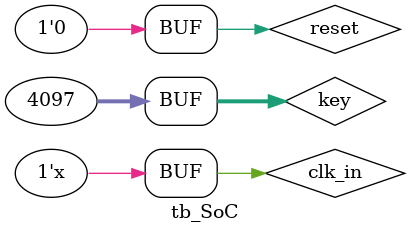
<source format=v>
`timescale  1ns/1ns
module tb_SoC();

reg  clk_in              ;
reg  reset              ;
wire io_exit            ;
wire [31:0] led;
reg  [31:0] key;
wire [31:0]io_out_APB_Peripheral_io_sdt_io_sdta_line;
wire [31:0]io_out_APB_Peripheral_io_sdt_io_sdtb_line;

initial
    begin        
        clk_in = 1'b1;
        reset <=  1'b0;
        key <= 32'h00001001;
        #100
        reset <=  1'b1;
        #1000000
        reset <=  1'b0;
        #1000000
        reset <=  1'b1;
        #1000
        reset <=  1'b0;
       
    end

always #10 clk_in = ~clk_in    ;

Top top_inst
(
    .clk_in              (clk_in           ),           
    .reset              (reset           ),           
    .io_exit            (io_exit         ),
    .led (led),
    .key_in (key),
    .seg_dig(seg_dig),
    .seg_data(seg_data)
);

//  SoC soc_inst
//  (
//    .clock(clk_in),
//    .reset(reset),
//    .io_exit(io_exit),
//    .io_out_APB_Peripheral_io_led_io_led(led),
//    .io_out_APB_Peripheral_io_key_io_key(key),
//    .io_out_APB_Peripheral_io_sdt_io_sdta(io_out_APB_Peripheral_io_sdt_io_sdta_line),
//    .io_out_APB_Peripheral_io_sdt_io_sdtb(io_out_APB_Peripheral_io_sdt_io_sdtb_line)
//  );

endmodule
</source>
